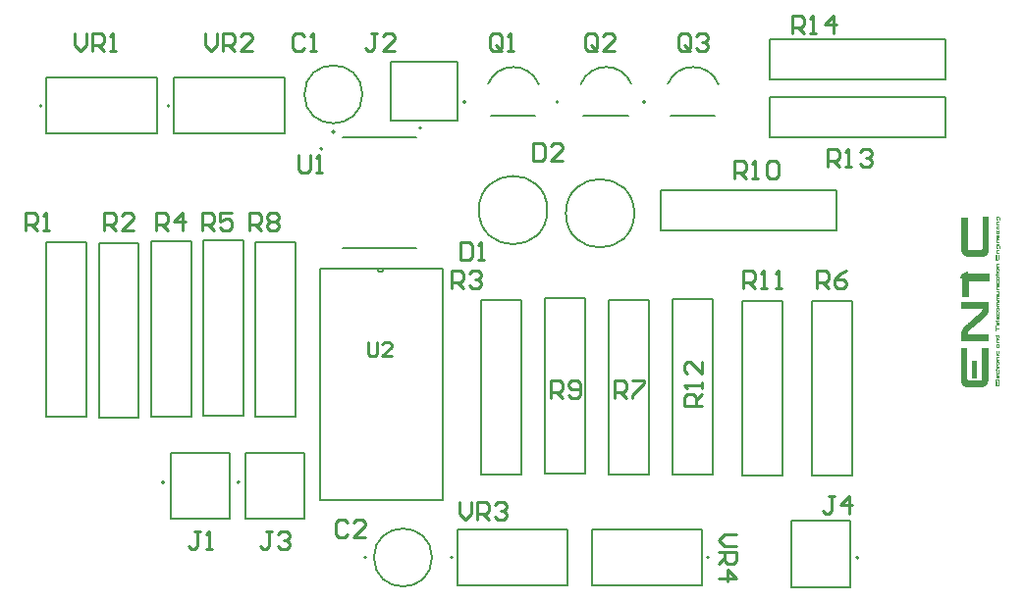
<source format=gto>
G04*
G04 #@! TF.GenerationSoftware,Altium Limited,Altium Designer,23.7.1 (13)*
G04*
G04 Layer_Color=65535*
%FSLAX44Y44*%
%MOMM*%
G71*
G04*
G04 #@! TF.SameCoordinates,153F72C1-2EA9-491F-B8CB-9A114FCA6393*
G04*
G04*
G04 #@! TF.FilePolarity,Positive*
G04*
G01*
G75*
%ADD10C,0.1524*%
%ADD11C,0.1270*%
%ADD12C,0.2000*%
%ADD13C,0.2540*%
G36*
X1403615Y949156D02*
X1404668D01*
Y948980D01*
X1404844D01*
Y948804D01*
X1405019D01*
Y945819D01*
X1404493D01*
Y948278D01*
X1404317D01*
Y948453D01*
X1403966D01*
Y946346D01*
X1403790D01*
Y945995D01*
X1403615D01*
Y945819D01*
X1402561D01*
Y945643D01*
X1402210D01*
Y945819D01*
X1401859D01*
Y946346D01*
X1401683D01*
Y948629D01*
X1401859D01*
Y949156D01*
X1403263D01*
Y949331D01*
X1403615D01*
Y949156D01*
D02*
G37*
G36*
X1404141Y945117D02*
X1404317D01*
Y944590D01*
X1404141D01*
Y944414D01*
X1402385D01*
Y942483D01*
X1404141D01*
Y941780D01*
X1401683D01*
Y944590D01*
X1401859D01*
Y944941D01*
X1402034D01*
Y945117D01*
X1402385D01*
Y945292D01*
X1404141D01*
Y945117D01*
D02*
G37*
G36*
Y941078D02*
X1404317D01*
Y940551D01*
X1404141D01*
Y940375D01*
X1401859D01*
Y940551D01*
X1401683D01*
Y940726D01*
Y940902D01*
X1401859D01*
Y941253D01*
X1404141D01*
Y941078D01*
D02*
G37*
G36*
X1401332Y940375D02*
X1400805D01*
Y940726D01*
Y940902D01*
Y941253D01*
X1401332D01*
Y940375D01*
D02*
G37*
G36*
X1402385Y938795D02*
X1404141D01*
Y938444D01*
X1404317D01*
Y938268D01*
X1404141D01*
Y937917D01*
X1402034D01*
Y938092D01*
X1401859D01*
Y938444D01*
X1401683D01*
Y940024D01*
X1402385D01*
Y938795D01*
D02*
G37*
G36*
X1404141Y934229D02*
X1403790D01*
Y934053D01*
X1402034D01*
Y934229D01*
X1401859D01*
Y934580D01*
X1401683D01*
Y937039D01*
X1401859D01*
Y937214D01*
X1402034D01*
Y937390D01*
X1402912D01*
Y937214D01*
X1403088D01*
Y936863D01*
X1403263D01*
Y935458D01*
X1403088D01*
Y934931D01*
X1403615D01*
Y937390D01*
X1404141D01*
Y934229D01*
D02*
G37*
G36*
Y930541D02*
X1403966D01*
Y930365D01*
X1403615D01*
Y930190D01*
X1402034D01*
Y930365D01*
X1401859D01*
Y930717D01*
X1401683D01*
Y933175D01*
X1401859D01*
Y933526D01*
X1402912D01*
Y933351D01*
X1403088D01*
Y933000D01*
X1403263D01*
Y931595D01*
X1403088D01*
Y931244D01*
X1403263D01*
Y931068D01*
X1403615D01*
Y933526D01*
X1404141D01*
Y930541D01*
D02*
G37*
G36*
Y929663D02*
X1404317D01*
Y929136D01*
X1404141D01*
Y928961D01*
X1402385D01*
Y927205D01*
X1404141D01*
Y926853D01*
X1404317D01*
Y926678D01*
X1404141D01*
Y926326D01*
X1401683D01*
Y929136D01*
X1401859D01*
Y929663D01*
X1402210D01*
Y929839D01*
X1404141D01*
Y929663D01*
D02*
G37*
G36*
Y925624D02*
X1404317D01*
Y925273D01*
X1404141D01*
Y924922D01*
X1401859D01*
Y925800D01*
X1404141D01*
Y925624D01*
D02*
G37*
G36*
X1401332Y925273D02*
Y925097D01*
Y924922D01*
X1400805D01*
Y925800D01*
X1401332D01*
Y925273D01*
D02*
G37*
G36*
X1404493Y924395D02*
X1404668D01*
Y924219D01*
X1404844D01*
Y924044D01*
X1405019D01*
Y921234D01*
X1404844D01*
Y921058D01*
X1404493D01*
Y923517D01*
X1404317D01*
Y923692D01*
X1403966D01*
Y921585D01*
X1403790D01*
Y921234D01*
X1403615D01*
Y921058D01*
X1401859D01*
Y921585D01*
X1401683D01*
Y923868D01*
X1401859D01*
Y924395D01*
X1402210D01*
Y924570D01*
X1404493D01*
Y924395D01*
D02*
G37*
G36*
X1395185Y948804D02*
X1395361D01*
Y921058D01*
X1395185D01*
Y919653D01*
X1395010D01*
Y918775D01*
X1394834D01*
Y918248D01*
X1394659D01*
Y917897D01*
X1394483D01*
Y917546D01*
X1394307D01*
Y917195D01*
X1394132D01*
Y916844D01*
X1393956D01*
Y916668D01*
X1393780D01*
Y916492D01*
X1393605D01*
Y916141D01*
X1393429D01*
Y915965D01*
X1393078D01*
Y915790D01*
X1392902D01*
Y915614D01*
X1392551D01*
Y915439D01*
X1392200D01*
Y915263D01*
X1391849D01*
Y915088D01*
X1391322D01*
Y914912D01*
X1389917D01*
Y914736D01*
X1376922D01*
Y914912D01*
X1375693D01*
Y915088D01*
X1374990D01*
Y915263D01*
X1374639D01*
Y915439D01*
X1374288D01*
Y915614D01*
X1373937D01*
Y915790D01*
X1373761D01*
Y915965D01*
X1373585D01*
Y916141D01*
X1373410D01*
Y916317D01*
X1373234D01*
Y916492D01*
X1373059D01*
Y916668D01*
X1372883D01*
Y917019D01*
X1372707D01*
Y917195D01*
X1372532D01*
Y917546D01*
X1372356D01*
Y918073D01*
X1372180D01*
Y918424D01*
X1372005D01*
Y919127D01*
X1371829D01*
Y920180D01*
X1371654D01*
Y948804D01*
X1377098D01*
Y921409D01*
X1377273D01*
Y921058D01*
X1377449D01*
Y920707D01*
X1377976D01*
Y920531D01*
X1388863D01*
Y920707D01*
X1389390D01*
Y920883D01*
X1389566D01*
Y921234D01*
X1389741D01*
Y948804D01*
X1389917D01*
Y948980D01*
X1395185D01*
Y948804D01*
D02*
G37*
G36*
X1404141Y920356D02*
X1404317D01*
Y919829D01*
X1404141D01*
Y919653D01*
X1402385D01*
Y917897D01*
X1404141D01*
Y917722D01*
X1404317D01*
Y917370D01*
X1404141D01*
Y917019D01*
X1401683D01*
Y919653D01*
Y919829D01*
Y920005D01*
X1401859D01*
Y920356D01*
X1402034D01*
Y920531D01*
X1404141D01*
Y920356D01*
D02*
G37*
G36*
X1401507Y916492D02*
X1401683D01*
Y915965D01*
X1401507D01*
Y912629D01*
X1401683D01*
Y912453D01*
X1402210D01*
Y916492D01*
X1402912D01*
Y912629D01*
Y912453D01*
X1403439D01*
Y912629D01*
X1403615D01*
Y916492D01*
X1404141D01*
Y911926D01*
X1403966D01*
Y911575D01*
X1401156D01*
Y911926D01*
X1400980D01*
Y916492D01*
X1401332D01*
Y916668D01*
X1401507D01*
Y916492D01*
D02*
G37*
G36*
X1404141Y908590D02*
X1404317D01*
Y908239D01*
X1404141D01*
Y908063D01*
X1402385D01*
Y906131D01*
X1404141D01*
Y905429D01*
X1402034D01*
Y905253D01*
X1401859D01*
Y905429D01*
X1401683D01*
Y907009D01*
Y907185D01*
Y908239D01*
X1401859D01*
Y908590D01*
X1402034D01*
Y908765D01*
X1402385D01*
Y908941D01*
X1404141D01*
Y908590D01*
D02*
G37*
G36*
X1403790Y904726D02*
X1403966D01*
Y904551D01*
X1404141D01*
Y901741D01*
X1403966D01*
Y901566D01*
X1403790D01*
Y901390D01*
X1402034D01*
Y901566D01*
X1401859D01*
Y901917D01*
X1401683D01*
Y904375D01*
X1401859D01*
Y904726D01*
X1402034D01*
Y904902D01*
X1403790D01*
Y904726D01*
D02*
G37*
G36*
X1404141Y900512D02*
X1404317D01*
Y900336D01*
X1404141D01*
Y899985D01*
X1401859D01*
Y900863D01*
X1404141D01*
Y900512D01*
D02*
G37*
G36*
X1401332Y899985D02*
X1400805D01*
Y900336D01*
Y900512D01*
Y900863D01*
X1401332D01*
Y899985D01*
D02*
G37*
G36*
X1402385Y899283D02*
X1404141D01*
Y898405D01*
X1402385D01*
Y898053D01*
X1401683D01*
Y898405D01*
X1400980D01*
Y899283D01*
X1401683D01*
Y899634D01*
X1402034D01*
Y899809D01*
X1402385D01*
Y899283D01*
D02*
G37*
G36*
X1403966Y897527D02*
X1404141D01*
Y896824D01*
X1404317D01*
Y895946D01*
X1404141D01*
Y894541D01*
X1403790D01*
Y894366D01*
X1403088D01*
Y894541D01*
X1402912D01*
Y894892D01*
X1402737D01*
Y896473D01*
X1402912D01*
Y896648D01*
X1402737D01*
Y897000D01*
X1402561D01*
Y896824D01*
X1402385D01*
Y894541D01*
X1401683D01*
Y897175D01*
X1401859D01*
Y897527D01*
X1402034D01*
Y897702D01*
X1403966D01*
Y897527D01*
D02*
G37*
G36*
X1404141Y891205D02*
X1403966D01*
Y891029D01*
X1403790D01*
Y890853D01*
X1402210D01*
Y891029D01*
X1402034D01*
Y891205D01*
X1401859D01*
Y891556D01*
X1401683D01*
Y894014D01*
X1402385D01*
Y892434D01*
Y892258D01*
Y891731D01*
X1403615D01*
Y894014D01*
X1404141D01*
Y891205D01*
D02*
G37*
G36*
Y889975D02*
X1404317D01*
Y889800D01*
X1404141D01*
Y889624D01*
X1401859D01*
Y890502D01*
X1404141D01*
Y889975D01*
D02*
G37*
G36*
X1401332Y889624D02*
X1400805D01*
Y890327D01*
X1400980D01*
Y890502D01*
X1401332D01*
Y889624D01*
D02*
G37*
G36*
X1404141Y888922D02*
X1404317D01*
Y888395D01*
X1404141D01*
Y888219D01*
X1402385D01*
Y886463D01*
X1404141D01*
Y886112D01*
X1404317D01*
Y885936D01*
X1404141D01*
Y885585D01*
X1401683D01*
Y885761D01*
Y885936D01*
Y888570D01*
X1401859D01*
Y888922D01*
X1402210D01*
Y889097D01*
X1404141D01*
Y888922D01*
D02*
G37*
G36*
X1403790Y884883D02*
X1403966D01*
Y884707D01*
X1404141D01*
Y881897D01*
X1403966D01*
Y881722D01*
X1401859D01*
Y882424D01*
X1403439D01*
Y882600D01*
X1403615D01*
Y884180D01*
X1401859D01*
Y885058D01*
X1403790D01*
Y884883D01*
D02*
G37*
G36*
X1377098Y899809D02*
X1395888D01*
Y893839D01*
X1377800D01*
Y880141D01*
X1372356D01*
Y895946D01*
X1372005D01*
Y896122D01*
X1371478D01*
Y896297D01*
X1370951D01*
Y896473D01*
X1370600D01*
Y896824D01*
X1370776D01*
Y897351D01*
X1370951D01*
Y897878D01*
X1371127D01*
Y898053D01*
X1371302D01*
Y898405D01*
X1371478D01*
Y898580D01*
X1371654D01*
Y898931D01*
X1371829D01*
Y899107D01*
X1372005D01*
Y899283D01*
X1372180D01*
Y899458D01*
X1372356D01*
Y899634D01*
X1372532D01*
Y899809D01*
X1372707D01*
Y899985D01*
X1372883D01*
Y900161D01*
X1373059D01*
Y900336D01*
X1373234D01*
Y900512D01*
X1373585D01*
Y900687D01*
X1373761D01*
Y900863D01*
X1374112D01*
Y901039D01*
X1374463D01*
Y901214D01*
X1374815D01*
Y901390D01*
X1375341D01*
Y901566D01*
X1376395D01*
Y901741D01*
X1377098D01*
Y899809D01*
D02*
G37*
G36*
X1404141Y880317D02*
X1402385D01*
Y879263D01*
X1404141D01*
Y878385D01*
X1402385D01*
Y877331D01*
X1404141D01*
Y876629D01*
X1402210D01*
Y876453D01*
X1401859D01*
Y876629D01*
X1401683D01*
Y880492D01*
X1401859D01*
Y881019D01*
X1402034D01*
Y881195D01*
X1404141D01*
Y880317D01*
D02*
G37*
G36*
Y875751D02*
X1404317D01*
Y875400D01*
X1404141D01*
Y875224D01*
X1402385D01*
Y874346D01*
Y874171D01*
X1404141D01*
Y873292D01*
X1402385D01*
Y872239D01*
X1404141D01*
Y872063D01*
X1404317D01*
Y871536D01*
X1404141D01*
Y871361D01*
X1401683D01*
Y875400D01*
X1401859D01*
Y875751D01*
X1402034D01*
Y875927D01*
X1402385D01*
Y876102D01*
X1404141D01*
Y875751D01*
D02*
G37*
G36*
X1403615Y870834D02*
X1403966D01*
Y870658D01*
X1404141D01*
Y867673D01*
X1403966D01*
Y867497D01*
X1402034D01*
Y867673D01*
X1401859D01*
Y868024D01*
X1401683D01*
Y870307D01*
X1401859D01*
Y870658D01*
X1402034D01*
Y870834D01*
X1402385D01*
Y871010D01*
X1403615D01*
Y870834D01*
D02*
G37*
G36*
X1404141Y864161D02*
X1403966D01*
Y863985D01*
X1402034D01*
Y864161D01*
X1401859D01*
Y864512D01*
X1401683D01*
Y866971D01*
X1402385D01*
Y864688D01*
X1403439D01*
Y864863D01*
X1403615D01*
Y865039D01*
Y865214D01*
Y866971D01*
X1404141D01*
Y864161D01*
D02*
G37*
G36*
Y860473D02*
X1403966D01*
Y860297D01*
X1403790D01*
Y860122D01*
X1402034D01*
Y860297D01*
X1401859D01*
Y860649D01*
X1401683D01*
Y863107D01*
X1401859D01*
Y863458D01*
X1402912D01*
Y863283D01*
X1403088D01*
Y862932D01*
X1403263D01*
Y861351D01*
X1403088D01*
Y861176D01*
X1403263D01*
Y861000D01*
X1403615D01*
Y863458D01*
X1404141D01*
Y860473D01*
D02*
G37*
G36*
X1402034Y859595D02*
X1404141D01*
Y859419D01*
X1404317D01*
Y859068D01*
X1404141D01*
Y858893D01*
X1400805D01*
Y859244D01*
Y859419D01*
Y859595D01*
X1400980D01*
Y859771D01*
X1402034D01*
Y859595D01*
D02*
G37*
G36*
X1402737Y858190D02*
X1403088D01*
Y857839D01*
X1403263D01*
Y855907D01*
X1403615D01*
Y858190D01*
X1404141D01*
Y855205D01*
X1403966D01*
Y855029D01*
X1402034D01*
Y855205D01*
X1401859D01*
Y855556D01*
X1401683D01*
Y858015D01*
X1401859D01*
Y858190D01*
X1402034D01*
Y858366D01*
X1402737D01*
Y858190D01*
D02*
G37*
G36*
X1401507Y852922D02*
X1404141D01*
Y852571D01*
X1404317D01*
Y852219D01*
X1404141D01*
Y852044D01*
X1401683D01*
Y851868D01*
X1401507D01*
Y849937D01*
X1400980D01*
Y855029D01*
X1401507D01*
Y852922D01*
D02*
G37*
G36*
X1403790Y847127D02*
X1403966D01*
Y846951D01*
X1404141D01*
Y844141D01*
X1403966D01*
Y843966D01*
X1403790D01*
Y843790D01*
X1402210D01*
Y843966D01*
X1401859D01*
Y844317D01*
X1401683D01*
Y846424D01*
X1400805D01*
Y847302D01*
X1403790D01*
Y847127D01*
D02*
G37*
G36*
X1395185Y875575D02*
X1395361D01*
Y868902D01*
X1395185D01*
Y867673D01*
X1395010D01*
Y866795D01*
X1394834D01*
Y866268D01*
X1394659D01*
Y865917D01*
X1394483D01*
Y865390D01*
X1394307D01*
Y865039D01*
X1394132D01*
Y864688D01*
X1393956D01*
Y864512D01*
X1393780D01*
Y864336D01*
X1393605D01*
Y863985D01*
X1393429D01*
Y863810D01*
X1393254D01*
Y863634D01*
X1393078D01*
Y863458D01*
X1392902D01*
Y863283D01*
X1392727D01*
Y863107D01*
X1392551D01*
Y862932D01*
X1392376D01*
Y862756D01*
X1392200D01*
Y862580D01*
X1392024D01*
Y862405D01*
X1391849D01*
Y862229D01*
X1391497D01*
Y862054D01*
X1391322D01*
Y861878D01*
X1391146D01*
Y861702D01*
X1390971D01*
Y861527D01*
X1390795D01*
Y861351D01*
X1390620D01*
Y861176D01*
X1390444D01*
Y861000D01*
X1390093D01*
Y860824D01*
X1389917D01*
Y860649D01*
X1389741D01*
Y860473D01*
X1389566D01*
Y860297D01*
X1389390D01*
Y860122D01*
X1389215D01*
Y859946D01*
X1388863D01*
Y859771D01*
X1388688D01*
Y859595D01*
X1388512D01*
Y859419D01*
X1388337D01*
Y859244D01*
X1388161D01*
Y859068D01*
X1387810D01*
Y858893D01*
X1387634D01*
Y858717D01*
X1387458D01*
Y858541D01*
X1387283D01*
Y858366D01*
X1387107D01*
Y858190D01*
X1386932D01*
Y858015D01*
X1386581D01*
Y857663D01*
X1386229D01*
Y857488D01*
X1386054D01*
Y857312D01*
X1385878D01*
Y857137D01*
X1385702D01*
Y856961D01*
X1385527D01*
Y856785D01*
X1385351D01*
Y856610D01*
X1385000D01*
Y856434D01*
X1384824D01*
Y856258D01*
X1384649D01*
Y856083D01*
X1384473D01*
Y855907D01*
X1384298D01*
Y855732D01*
X1383946D01*
Y855556D01*
X1383771D01*
Y855380D01*
X1383595D01*
Y855205D01*
X1383419D01*
Y855029D01*
X1383244D01*
Y854854D01*
X1383068D01*
Y854678D01*
X1382893D01*
Y854502D01*
X1382542D01*
Y854327D01*
X1382366D01*
Y854151D01*
X1382190D01*
Y853976D01*
X1382015D01*
Y853800D01*
X1381839D01*
Y853624D01*
X1381488D01*
Y853449D01*
X1381312D01*
Y853273D01*
X1381137D01*
Y853098D01*
X1380961D01*
Y852922D01*
X1380785D01*
Y852746D01*
X1380610D01*
Y852571D01*
X1380434D01*
Y852395D01*
X1380083D01*
Y852219D01*
X1379907D01*
Y852044D01*
X1379732D01*
Y851868D01*
X1379556D01*
Y851693D01*
X1379380D01*
Y851517D01*
X1379029D01*
Y851341D01*
X1378854D01*
Y851166D01*
X1378678D01*
Y850990D01*
X1378503D01*
Y850815D01*
X1378327D01*
Y850639D01*
X1378151D01*
Y850463D01*
X1377976D01*
Y850112D01*
X1377800D01*
Y849937D01*
X1377624D01*
Y849585D01*
X1377449D01*
Y849058D01*
X1377273D01*
Y848532D01*
X1377098D01*
Y847654D01*
X1395185D01*
Y847478D01*
X1395361D01*
Y842034D01*
X1384649D01*
Y841859D01*
X1383595D01*
Y842034D01*
X1383419D01*
Y841859D01*
X1383068D01*
Y842034D01*
X1382717D01*
Y841859D01*
X1381312D01*
Y842034D01*
X1371654D01*
Y849410D01*
X1371829D01*
Y850463D01*
X1372005D01*
Y850990D01*
X1372180D01*
Y851517D01*
X1372356D01*
Y851868D01*
X1372532D01*
Y852219D01*
X1372707D01*
Y852571D01*
X1372883D01*
Y852746D01*
X1373059D01*
Y853098D01*
X1373234D01*
Y853273D01*
X1373410D01*
Y853449D01*
X1373585D01*
Y853800D01*
X1373761D01*
Y853976D01*
X1373937D01*
Y854151D01*
X1374112D01*
Y854327D01*
X1374288D01*
Y854502D01*
X1374463D01*
Y854678D01*
X1374639D01*
Y854854D01*
X1374815D01*
Y855029D01*
X1374990D01*
Y855205D01*
X1375341D01*
Y855556D01*
X1375693D01*
Y855732D01*
X1375868D01*
Y855907D01*
X1376044D01*
Y856083D01*
X1376219D01*
Y856258D01*
X1376395D01*
Y856434D01*
X1376746D01*
Y856610D01*
X1376922D01*
Y856785D01*
X1377098D01*
Y856961D01*
X1377273D01*
Y857137D01*
X1377449D01*
Y857312D01*
X1377624D01*
Y857488D01*
X1377800D01*
Y857663D01*
X1378151D01*
Y857839D01*
X1378327D01*
Y858015D01*
X1378503D01*
Y858190D01*
X1378678D01*
Y858366D01*
X1378854D01*
Y858541D01*
X1379029D01*
Y858717D01*
X1379380D01*
Y859068D01*
X1379732D01*
Y859244D01*
X1379907D01*
Y859419D01*
X1380083D01*
Y859595D01*
X1380259D01*
Y859771D01*
X1380434D01*
Y859946D01*
X1380785D01*
Y860122D01*
X1380961D01*
Y860297D01*
X1381137D01*
Y860473D01*
X1381312D01*
Y860649D01*
X1381488D01*
Y860824D01*
X1381663D01*
Y861000D01*
X1381839D01*
Y861176D01*
X1382190D01*
Y861351D01*
X1382366D01*
Y861527D01*
X1382542D01*
Y861702D01*
X1382717D01*
Y861878D01*
X1382893D01*
Y862054D01*
X1383068D01*
Y862229D01*
X1383419D01*
Y862405D01*
X1383595D01*
Y862580D01*
X1383771D01*
Y862756D01*
X1383946D01*
Y862932D01*
X1384122D01*
Y863107D01*
X1384298D01*
Y863283D01*
X1384473D01*
Y863458D01*
X1384824D01*
Y863634D01*
X1385000D01*
Y863810D01*
X1385176D01*
Y863985D01*
X1385351D01*
Y864161D01*
X1385527D01*
Y864336D01*
X1385702D01*
Y864512D01*
X1386054D01*
Y864688D01*
X1386229D01*
Y864863D01*
X1386405D01*
Y865039D01*
X1386581D01*
Y865214D01*
X1386756D01*
Y865390D01*
X1386932D01*
Y865566D01*
X1387107D01*
Y865741D01*
X1387458D01*
Y866093D01*
X1387810D01*
Y866268D01*
X1387985D01*
Y866444D01*
X1388161D01*
Y866619D01*
X1388337D01*
Y866795D01*
X1388512D01*
Y866971D01*
X1388688D01*
Y867146D01*
X1388863D01*
Y867322D01*
X1389039D01*
Y867673D01*
X1389215D01*
Y867849D01*
X1389390D01*
Y868200D01*
X1389566D01*
Y868727D01*
X1389741D01*
Y870132D01*
X1371654D01*
Y875751D01*
X1395185D01*
Y875575D01*
D02*
G37*
G36*
X1404141Y842912D02*
X1404317D01*
Y842561D01*
X1404141D01*
Y842385D01*
X1402385D01*
Y840629D01*
X1404141D01*
Y840454D01*
X1404317D01*
Y839927D01*
X1404141D01*
Y839751D01*
X1401683D01*
Y842737D01*
X1401859D01*
Y843088D01*
X1402210D01*
Y843263D01*
X1404141D01*
Y842912D01*
D02*
G37*
G36*
X1403615Y839224D02*
X1403966D01*
Y839049D01*
X1404141D01*
Y838522D01*
X1404317D01*
Y837644D01*
X1404141D01*
Y836239D01*
X1403966D01*
Y836063D01*
X1402912D01*
Y836415D01*
X1402737D01*
Y838522D01*
X1402385D01*
Y836063D01*
X1401683D01*
Y838873D01*
X1401859D01*
Y839049D01*
X1402034D01*
Y839224D01*
X1402385D01*
Y839400D01*
X1403615D01*
Y839224D01*
D02*
G37*
G36*
X1404141Y830620D02*
X1403966D01*
Y830444D01*
X1403615D01*
Y830268D01*
X1402210D01*
Y830444D01*
X1402034D01*
Y830620D01*
X1401859D01*
Y830971D01*
X1401683D01*
Y833429D01*
X1402385D01*
Y831146D01*
X1403439D01*
Y831322D01*
X1403615D01*
Y833429D01*
X1404141D01*
Y830620D01*
D02*
G37*
G36*
Y829390D02*
X1404317D01*
Y829215D01*
X1404141D01*
Y829039D01*
X1401859D01*
Y829741D01*
X1404141D01*
Y829390D01*
D02*
G37*
G36*
X1401156Y829741D02*
X1401332D01*
Y829390D01*
Y829215D01*
Y829039D01*
X1401156D01*
Y828863D01*
X1400980D01*
Y829039D01*
X1400805D01*
Y829741D01*
X1400980D01*
Y829917D01*
X1401156D01*
Y829741D01*
D02*
G37*
G36*
X1404141Y828161D02*
X1404317D01*
Y827810D01*
X1404141D01*
Y827634D01*
X1402385D01*
Y825702D01*
X1403263D01*
Y825878D01*
X1404141D01*
Y825527D01*
X1404317D01*
Y825000D01*
X1402210D01*
Y824824D01*
X1401683D01*
Y827810D01*
X1401859D01*
Y828161D01*
X1402034D01*
Y828337D01*
X1402385D01*
Y828512D01*
X1404141D01*
Y828161D01*
D02*
G37*
G36*
X1403966Y824298D02*
X1404141D01*
Y821312D01*
X1403966D01*
Y821137D01*
X1403790D01*
Y820961D01*
X1402210D01*
Y821137D01*
X1401859D01*
Y821663D01*
X1401683D01*
Y823946D01*
X1401859D01*
Y824298D01*
X1402034D01*
Y824473D01*
X1403966D01*
Y824298D01*
D02*
G37*
G36*
X1402385Y819380D02*
X1402561D01*
Y819205D01*
X1403088D01*
Y819380D01*
X1404141D01*
Y819029D01*
X1404317D01*
Y818678D01*
X1404141D01*
Y818503D01*
X1402034D01*
Y818678D01*
X1401859D01*
Y819029D01*
X1401683D01*
Y820610D01*
X1402385D01*
Y819380D01*
D02*
G37*
G36*
Y817624D02*
X1404141D01*
Y817098D01*
X1404317D01*
Y816922D01*
X1404141D01*
Y816746D01*
X1403263D01*
Y816922D01*
X1402561D01*
Y816746D01*
X1402385D01*
Y816395D01*
X1401683D01*
Y816922D01*
X1401507D01*
Y816746D01*
X1401332D01*
Y816922D01*
X1400980D01*
Y817624D01*
X1401683D01*
Y818151D01*
X1402385D01*
Y817624D01*
D02*
G37*
G36*
X1404141Y814639D02*
Y814463D01*
Y813234D01*
X1403790D01*
Y813059D01*
X1402034D01*
Y813234D01*
X1401859D01*
Y813585D01*
X1401683D01*
Y816044D01*
X1401859D01*
Y816220D01*
X1402210D01*
Y816044D01*
X1402385D01*
Y813937D01*
X1403615D01*
Y816220D01*
X1404141D01*
Y814639D01*
D02*
G37*
G36*
X1385000Y809898D02*
X1381137D01*
Y812356D01*
Y812532D01*
Y825000D01*
X1385000D01*
Y809898D01*
D02*
G37*
G36*
X1402561Y812532D02*
X1403088D01*
Y812005D01*
X1403263D01*
Y810424D01*
X1403088D01*
Y810249D01*
X1403615D01*
Y812532D01*
X1404141D01*
Y812180D01*
X1404317D01*
Y811829D01*
X1404141D01*
Y809546D01*
X1403966D01*
Y809371D01*
X1402034D01*
Y809546D01*
X1401859D01*
Y809898D01*
X1401683D01*
Y812356D01*
X1401859D01*
Y812532D01*
X1402210D01*
Y812707D01*
X1402561D01*
Y812532D01*
D02*
G37*
G36*
X1404141Y808493D02*
X1404317D01*
Y808141D01*
X1404141D01*
Y807966D01*
X1400805D01*
Y808844D01*
X1404141D01*
Y808493D01*
D02*
G37*
G36*
X1394834Y807439D02*
X1394659D01*
Y806561D01*
X1394483D01*
Y805859D01*
X1394307D01*
Y805332D01*
X1394132D01*
Y804981D01*
X1393956D01*
Y804629D01*
X1393780D01*
Y804278D01*
X1393605D01*
Y804102D01*
X1393429D01*
Y803927D01*
X1393254D01*
Y803751D01*
X1393078D01*
Y803576D01*
X1392902D01*
Y803400D01*
X1392727D01*
Y803224D01*
X1392551D01*
Y803049D01*
X1392200D01*
Y802873D01*
X1392024D01*
Y802698D01*
X1391497D01*
Y802522D01*
X1390971D01*
Y802346D01*
X1390444D01*
Y802171D01*
X1375693D01*
Y802346D01*
X1374990D01*
Y802522D01*
X1374463D01*
Y802698D01*
X1374112D01*
Y802873D01*
X1373761D01*
Y803049D01*
X1373585D01*
Y803224D01*
X1373234D01*
Y803400D01*
X1373059D01*
Y803576D01*
X1372883D01*
Y803751D01*
X1372707D01*
Y803927D01*
X1372532D01*
Y804278D01*
X1372356D01*
Y804629D01*
X1372180D01*
Y804805D01*
X1372005D01*
Y805156D01*
X1371829D01*
Y805683D01*
X1371654D01*
Y806210D01*
X1371478D01*
Y806912D01*
X1371302D01*
Y808844D01*
X1371127D01*
Y836063D01*
X1371302D01*
Y836239D01*
X1376746D01*
Y808668D01*
X1376922D01*
Y808317D01*
X1377098D01*
Y808141D01*
X1377449D01*
Y807966D01*
X1388688D01*
Y808141D01*
X1389039D01*
Y808317D01*
X1389215D01*
Y808668D01*
X1389390D01*
Y836239D01*
X1394834D01*
Y807439D01*
D02*
G37*
G36*
X1404141Y802873D02*
X1403966D01*
Y802698D01*
X1403790D01*
Y802522D01*
X1401332D01*
Y802698D01*
X1401156D01*
Y802873D01*
X1400980D01*
Y807615D01*
X1401507D01*
Y803576D01*
X1401683D01*
Y803400D01*
X1402210D01*
Y807439D01*
X1402912D01*
Y803400D01*
X1403439D01*
Y803576D01*
X1403615D01*
Y806737D01*
Y806912D01*
Y807615D01*
X1404141D01*
Y802873D01*
D02*
G37*
%LPC*%
G36*
X1403088Y948453D02*
X1402385D01*
Y946522D01*
X1403088D01*
Y946697D01*
X1403263D01*
Y948278D01*
X1403088D01*
Y948453D01*
D02*
G37*
G36*
X1402737Y936512D02*
X1402385D01*
Y934931D01*
X1402737D01*
Y936512D01*
D02*
G37*
G36*
Y932648D02*
X1402385D01*
Y931068D01*
X1402737D01*
Y932648D01*
D02*
G37*
G36*
X1403088Y923692D02*
X1402385D01*
Y921761D01*
X1403088D01*
Y921936D01*
X1403263D01*
Y923517D01*
X1403088D01*
Y923692D01*
D02*
G37*
G36*
X1403615Y904024D02*
X1402385D01*
Y902268D01*
X1403615D01*
Y904024D01*
D02*
G37*
G36*
Y896824D02*
X1403088D01*
Y895419D01*
X1403263D01*
Y895244D01*
X1403615D01*
Y896824D01*
D02*
G37*
G36*
Y870132D02*
X1402385D01*
Y868200D01*
X1403439D01*
Y868375D01*
X1403615D01*
Y870132D01*
D02*
G37*
G36*
X1402737Y862580D02*
X1402385D01*
Y861000D01*
X1402737D01*
Y861176D01*
X1402912D01*
Y862405D01*
X1402737D01*
Y862580D01*
D02*
G37*
G36*
Y857488D02*
X1402385D01*
Y855907D01*
X1402737D01*
Y856785D01*
X1402912D01*
Y857312D01*
X1402737D01*
Y857488D01*
D02*
G37*
G36*
X1403615Y846424D02*
X1402385D01*
Y844668D01*
X1403615D01*
Y846424D01*
D02*
G37*
G36*
X1403439Y838522D02*
X1403263D01*
Y838346D01*
X1403088D01*
Y836941D01*
X1403615D01*
Y838346D01*
X1403439D01*
Y838522D01*
D02*
G37*
G36*
X1403615Y823595D02*
X1402385D01*
Y821839D01*
X1403615D01*
Y823595D01*
D02*
G37*
G36*
X1402737Y811829D02*
X1402385D01*
Y810073D01*
X1402737D01*
Y810424D01*
X1402912D01*
Y810600D01*
X1402737D01*
Y810776D01*
X1402912D01*
Y811478D01*
X1402737D01*
Y811829D01*
D02*
G37*
%LPD*%
D10*
X867582Y904676D02*
G03*
X873678Y904676I3048J0D01*
G01*
X1206340Y1017728D02*
Y1026364D01*
Y1043636D01*
X1357470Y1017728D02*
Y1052272D01*
X1206340Y1017728D02*
X1357470Y1017728D01*
X1206340Y1043636D02*
Y1052272D01*
Y1052272D02*
X1357470Y1052272D01*
X1206340Y1067728D02*
Y1076364D01*
Y1093636D01*
X1357470Y1067728D02*
Y1102272D01*
X1206340Y1067728D02*
X1357470Y1067728D01*
X1206340Y1093636D02*
Y1102272D01*
Y1102272D02*
X1357470Y1102272D01*
X818560Y704524D02*
X923970D01*
X818560D02*
Y731956D01*
Y904676D02*
X867582D01*
X818560Y731956D02*
Y904676D01*
X923970Y704524D02*
Y733226D01*
X873678Y904676D02*
X923970D01*
Y733226D02*
Y904676D01*
X867582D02*
X873678D01*
X1112530Y937728D02*
X1263660Y937728D01*
Y937728D02*
Y946364D01*
X1112530Y972272D02*
X1263660Y972272D01*
X1112530Y937728D02*
Y972272D01*
X1263660Y946364D02*
Y963636D01*
Y972272D01*
X1182728Y876590D02*
X1182728Y725460D01*
X1182728D02*
X1191364D01*
X1217272Y876590D02*
X1217272Y725460D01*
X1182728Y876590D02*
X1217272D01*
X1191364Y725460D02*
X1208636D01*
X1217272D01*
X1242728Y876590D02*
X1242728Y725460D01*
X1242728D02*
X1251364D01*
X1277272Y876590D02*
X1277272Y725460D01*
X1242728Y876590D02*
X1277272D01*
X1251364Y725460D02*
X1268636D01*
X1277272D01*
X582728Y927470D02*
X582728Y776340D01*
X582728D02*
X591364D01*
X617272Y927470D02*
X617272Y776340D01*
X582728Y927470D02*
X617272D01*
X591364Y776340D02*
X608636D01*
X617272D01*
X762728Y927470D02*
X762728Y776340D01*
X762728D02*
X771364D01*
X797272Y927470D02*
X797272Y776340D01*
X762728Y927470D02*
X797272D01*
X771364Y776340D02*
X788636D01*
X797272D01*
X752272Y928660D02*
X752272Y777530D01*
X743636Y928660D02*
X752272D01*
X717728D02*
X717728Y777530D01*
X752272D01*
X726364Y928660D02*
X743636D01*
X717728D02*
X726364D01*
X957728Y877470D02*
X957728Y726340D01*
X957728D02*
X966364D01*
X992272Y877470D02*
X992272Y726340D01*
X957728Y877470D02*
X992272D01*
X966364Y726340D02*
X983636D01*
X992272D01*
X1047272Y878660D02*
X1047272Y727530D01*
X1038636Y878660D02*
X1047272D01*
X1012728D02*
X1012728Y727530D01*
X1047272D01*
X1021364Y878660D02*
X1038636D01*
X1012728D02*
X1021364D01*
X1157272Y877860D02*
X1157272Y726730D01*
X1148636Y877860D02*
X1157272D01*
X1122728D02*
X1122728Y726730D01*
X1157272D01*
X1131364Y877860D02*
X1148636D01*
X1122728D02*
X1131364D01*
X1067728Y877470D02*
X1067728Y726340D01*
X1067728D02*
X1076364D01*
X1102272Y877470D02*
X1102272Y726340D01*
X1067728Y877470D02*
X1102272D01*
X1076364Y726340D02*
X1093636D01*
X1102272D01*
X707272Y927860D02*
X707272Y776730D01*
X698636Y927860D02*
X707272D01*
X672728D02*
X672728Y776730D01*
X707272D01*
X681364Y927860D02*
X698636D01*
X672728D02*
X681364D01*
X627728Y926590D02*
X627728Y775460D01*
X627728D02*
X636364D01*
X662272Y926590D02*
X662272Y775460D01*
X627728Y926590D02*
X662272D01*
X636364Y775460D02*
X653636D01*
X662272D01*
D11*
X1089500Y952300D02*
G03*
X1089500Y952300I-29500J0D01*
G01*
X1161988Y1063890D02*
G03*
X1118410Y1063890I-21789J-8803D01*
G01*
X1086988D02*
G03*
X1043410Y1063890I-21789J-8803D01*
G01*
X1006988D02*
G03*
X963410Y1063890I-21789J-8803D01*
G01*
X855000Y1055000D02*
G03*
X855000Y1055000I-25000J0D01*
G01*
X915000Y655000D02*
G03*
X915000Y655000I-25000J0D01*
G01*
X1014500Y955000D02*
G03*
X1014500Y955000I-29500J0D01*
G01*
X1120765Y1036500D02*
X1159235D01*
X1120765D02*
X1159235D01*
X1045765D02*
X1084235D01*
X1045765D02*
X1084235D01*
X965765D02*
X1004235D01*
X965765D02*
X1004235D01*
X879600Y1032300D02*
Y1083100D01*
X936800Y1032300D02*
Y1083100D01*
X879600Y1032300D02*
X936800D01*
X879600Y1083100D02*
X936800D01*
X692350Y1069200D02*
X787650D01*
Y1020900D02*
Y1069200D01*
X692350Y1020900D02*
Y1069200D01*
Y1020900D02*
X787650D01*
X582350Y1069200D02*
X677650D01*
Y1020900D02*
Y1069200D01*
X582350Y1020900D02*
Y1069200D01*
Y1020900D02*
X677650D01*
X1224600Y629600D02*
X1275400D01*
X1224600Y686800D02*
X1275400D01*
Y629600D02*
Y686800D01*
X1224600Y629600D02*
Y686800D01*
X1052750Y630800D02*
X1148050D01*
X1052750D02*
Y679100D01*
X1148050Y630800D02*
Y679100D01*
X1052750D02*
X1148050D01*
X754600Y745400D02*
X805400D01*
X754600Y688200D02*
X805400D01*
X754600D02*
Y745400D01*
X805400Y688200D02*
Y745400D01*
X689600D02*
X740400D01*
X689600Y688200D02*
X740400D01*
X689600D02*
Y745400D01*
X740400Y688200D02*
Y745400D01*
X838250Y1017950D02*
X901750D01*
X838250Y922050D02*
X901750D01*
X936950Y679200D02*
X1032250D01*
Y630900D02*
Y679200D01*
X936950Y630900D02*
Y679200D01*
Y630900D02*
X1032250D01*
D12*
X1099000Y1048450D02*
G03*
X1099000Y1048450I-1000J0D01*
G01*
X1024000D02*
G03*
X1024000Y1048450I-1000J0D01*
G01*
X944000D02*
G03*
X944000Y1048450I-1000J0D01*
G01*
X906000Y1025800D02*
G03*
X906000Y1025800I-1000J0D01*
G01*
X831000Y1022500D02*
G03*
X831000Y1022500I-1000J0D01*
G01*
X688500Y1045000D02*
G03*
X688500Y1045000I-1000J0D01*
G01*
X578500D02*
G03*
X578500Y1045000I-1000J0D01*
G01*
X1282900Y655000D02*
G03*
X1282900Y655000I-1000J0D01*
G01*
X1153900D02*
G03*
X1153900Y655000I-1000J0D01*
G01*
X749100Y720000D02*
G03*
X749100Y720000I-1000J0D01*
G01*
X684100D02*
G03*
X684100Y720000I-1000J0D01*
G01*
X820650Y1008100D02*
G03*
X820650Y1008100I-1000J0D01*
G01*
X933100Y655000D02*
G03*
X933100Y655000I-1000J0D01*
G01*
X858500D02*
G03*
X858500Y655000I-1000J0D01*
G01*
D13*
X1225956Y1107383D02*
Y1122617D01*
X1233574D01*
X1236113Y1120078D01*
Y1115000D01*
X1233574Y1112461D01*
X1225956D01*
X1231034D02*
X1236113Y1107383D01*
X1241191D02*
X1246270D01*
X1243730D01*
Y1122617D01*
X1241191Y1120078D01*
X1261505Y1107383D02*
Y1122617D01*
X1253887Y1115000D01*
X1264044D01*
X1255956Y992383D02*
Y1007617D01*
X1263574D01*
X1266113Y1005078D01*
Y1000000D01*
X1263574Y997461D01*
X1255956D01*
X1261034D02*
X1266113Y992383D01*
X1271191D02*
X1276270D01*
X1273730D01*
Y1007617D01*
X1271191Y1005078D01*
X1283887D02*
X1286426Y1007617D01*
X1291505D01*
X1294044Y1005078D01*
Y1002539D01*
X1291505Y1000000D01*
X1288965D01*
X1291505D01*
X1294044Y997461D01*
Y994922D01*
X1291505Y992383D01*
X1286426D01*
X1283887Y994922D01*
X1177618Y675313D02*
X1167461D01*
X1162383Y670235D01*
X1167461Y665157D01*
X1177618D01*
X1162383Y660078D02*
X1177618D01*
Y652461D01*
X1175078Y649922D01*
X1170000D01*
X1167461Y652461D01*
Y660078D01*
Y655000D02*
X1162383Y649922D01*
Y637226D02*
X1177618D01*
X1170000Y644843D01*
Y634687D01*
X938887Y702617D02*
Y692461D01*
X943965Y687383D01*
X949043Y692461D01*
Y702617D01*
X954122Y687383D02*
Y702617D01*
X961739D01*
X964278Y700078D01*
Y695000D01*
X961739Y692461D01*
X954122D01*
X959200D02*
X964278Y687383D01*
X969357Y700078D02*
X971896Y702617D01*
X976974D01*
X979513Y700078D01*
Y697539D01*
X976974Y695000D01*
X974435D01*
X976974D01*
X979513Y692461D01*
Y689922D01*
X976974Y687383D01*
X971896D01*
X969357Y689922D01*
X719687Y1107617D02*
Y1097461D01*
X724765Y1092383D01*
X729843Y1097461D01*
Y1107617D01*
X734922Y1092383D02*
Y1107617D01*
X742539D01*
X745078Y1105078D01*
Y1100000D01*
X742539Y1097461D01*
X734922D01*
X740000D02*
X745078Y1092383D01*
X760313D02*
X750157D01*
X760313Y1102539D01*
Y1105078D01*
X757774Y1107617D01*
X752696D01*
X750157Y1105078D01*
X607226Y1107617D02*
Y1097461D01*
X612304Y1092383D01*
X617383Y1097461D01*
Y1107617D01*
X622461Y1092383D02*
Y1107617D01*
X630078D01*
X632618Y1105078D01*
Y1100000D01*
X630078Y1097461D01*
X622461D01*
X627539D02*
X632618Y1092383D01*
X637696D02*
X642774D01*
X640235D01*
Y1107617D01*
X637696Y1105078D01*
X859803Y841118D02*
Y830921D01*
X861843Y828882D01*
X865921D01*
X867961Y830921D01*
Y841118D01*
X880197Y828882D02*
X872039D01*
X880197Y837039D01*
Y839079D01*
X878157Y841118D01*
X874079D01*
X872039Y839079D01*
X799843Y1002617D02*
Y989922D01*
X802383Y987383D01*
X807461D01*
X810000Y989922D01*
Y1002617D01*
X815078Y987383D02*
X820157D01*
X817618D01*
Y1002617D01*
X815078Y1000078D01*
X1147617Y785956D02*
X1132383D01*
Y793574D01*
X1134922Y796113D01*
X1140000D01*
X1142539Y793574D01*
Y785956D01*
Y791034D02*
X1147617Y796113D01*
Y801191D02*
Y806270D01*
Y803730D01*
X1132383D01*
X1134922Y801191D01*
X1147617Y824044D02*
Y813887D01*
X1137461Y824044D01*
X1134922D01*
X1132383Y821505D01*
Y816426D01*
X1134922Y813887D01*
X1183495Y887383D02*
Y902617D01*
X1191113D01*
X1193652Y900078D01*
Y895000D01*
X1191113Y892461D01*
X1183495D01*
X1188574D02*
X1193652Y887383D01*
X1198730D02*
X1203809D01*
X1201270D01*
Y902617D01*
X1198730Y900078D01*
X1211426Y887383D02*
X1216505D01*
X1213966D01*
Y902617D01*
X1211426Y900078D01*
X1175956Y982383D02*
Y997617D01*
X1183574D01*
X1186113Y995078D01*
Y990000D01*
X1183574Y987461D01*
X1175956D01*
X1181034D02*
X1186113Y982383D01*
X1191191D02*
X1196270D01*
X1193730D01*
Y997617D01*
X1191191Y995078D01*
X1203887D02*
X1206426Y997617D01*
X1211505D01*
X1214044Y995078D01*
Y984922D01*
X1211505Y982383D01*
X1206426D01*
X1203887Y984922D01*
Y995078D01*
X1017304Y792383D02*
Y807617D01*
X1024922D01*
X1027461Y805078D01*
Y800000D01*
X1024922Y797461D01*
X1017304D01*
X1022383D02*
X1027461Y792383D01*
X1032539Y794922D02*
X1035078Y792383D01*
X1040157D01*
X1042696Y794922D01*
Y805078D01*
X1040157Y807617D01*
X1035078D01*
X1032539Y805078D01*
Y802539D01*
X1035078Y800000D01*
X1042696D01*
X757304Y937383D02*
Y952617D01*
X764922D01*
X767461Y950078D01*
Y945000D01*
X764922Y942461D01*
X757304D01*
X762383D02*
X767461Y937383D01*
X772539Y950078D02*
X775078Y952617D01*
X780157D01*
X782696Y950078D01*
Y947539D01*
X780157Y945000D01*
X782696Y942461D01*
Y939922D01*
X780157Y937383D01*
X775078D01*
X772539Y939922D01*
Y942461D01*
X775078Y945000D01*
X772539Y947539D01*
Y950078D01*
X775078Y945000D02*
X780157D01*
X1072304Y792383D02*
Y807617D01*
X1079922D01*
X1082461Y805078D01*
Y800000D01*
X1079922Y797461D01*
X1072304D01*
X1077383D02*
X1082461Y792383D01*
X1087539Y807617D02*
X1097696D01*
Y805078D01*
X1087539Y794922D01*
Y792383D01*
X1247304Y887383D02*
Y902617D01*
X1254922D01*
X1257461Y900078D01*
Y895000D01*
X1254922Y892461D01*
X1247304D01*
X1252383D02*
X1257461Y887383D01*
X1272696Y902617D02*
X1267617Y900078D01*
X1262539Y895000D01*
Y889922D01*
X1265078Y887383D01*
X1270157D01*
X1272696Y889922D01*
Y892461D01*
X1270157Y895000D01*
X1262539D01*
X717304Y937383D02*
Y952617D01*
X724922D01*
X727461Y950078D01*
Y945000D01*
X724922Y942461D01*
X717304D01*
X722383D02*
X727461Y937383D01*
X742696Y952617D02*
X732539D01*
Y945000D01*
X737617Y947539D01*
X740157D01*
X742696Y945000D01*
Y939922D01*
X740157Y937383D01*
X735078D01*
X732539Y939922D01*
X677304Y937383D02*
Y952617D01*
X684922D01*
X687461Y950078D01*
Y945000D01*
X684922Y942461D01*
X677304D01*
X682383D02*
X687461Y937383D01*
X700157D02*
Y952617D01*
X692539Y945000D01*
X702696D01*
X932304Y887383D02*
Y902617D01*
X939922D01*
X942461Y900078D01*
Y895000D01*
X939922Y892461D01*
X932304D01*
X937383D02*
X942461Y887383D01*
X947539Y900078D02*
X950078Y902617D01*
X955157D01*
X957696Y900078D01*
Y897539D01*
X955157Y895000D01*
X952617D01*
X955157D01*
X957696Y892461D01*
Y889922D01*
X955157Y887383D01*
X950078D01*
X947539Y889922D01*
X632304Y937383D02*
Y952617D01*
X639922D01*
X642461Y950078D01*
Y945000D01*
X639922Y942461D01*
X632304D01*
X637383D02*
X642461Y937383D01*
X657696D02*
X647539D01*
X657696Y947539D01*
Y950078D01*
X655157Y952617D01*
X650078D01*
X647539Y950078D01*
X564843Y937383D02*
Y952617D01*
X572461D01*
X575000Y950078D01*
Y945000D01*
X572461Y942461D01*
X564843D01*
X569922D02*
X575000Y937383D01*
X580078D02*
X585157D01*
X582618D01*
Y952617D01*
X580078Y950078D01*
X1137461Y1094922D02*
Y1105078D01*
X1134922Y1107617D01*
X1129843D01*
X1127304Y1105078D01*
Y1094922D01*
X1129843Y1092383D01*
X1134922D01*
X1132383Y1097461D02*
X1137461Y1092383D01*
X1134922D02*
X1137461Y1094922D01*
X1142539Y1105078D02*
X1145078Y1107617D01*
X1150157D01*
X1152696Y1105078D01*
Y1102539D01*
X1150157Y1100000D01*
X1147617D01*
X1150157D01*
X1152696Y1097461D01*
Y1094922D01*
X1150157Y1092383D01*
X1145078D01*
X1142539Y1094922D01*
X1057461D02*
Y1105078D01*
X1054922Y1107617D01*
X1049843D01*
X1047304Y1105078D01*
Y1094922D01*
X1049843Y1092383D01*
X1054922D01*
X1052383Y1097461D02*
X1057461Y1092383D01*
X1054922D02*
X1057461Y1094922D01*
X1072696Y1092383D02*
X1062539D01*
X1072696Y1102539D01*
Y1105078D01*
X1070157Y1107617D01*
X1065078D01*
X1062539Y1105078D01*
X975000Y1094922D02*
Y1105078D01*
X972461Y1107617D01*
X967383D01*
X964843Y1105078D01*
Y1094922D01*
X967383Y1092383D01*
X972461D01*
X969922Y1097461D02*
X975000Y1092383D01*
X972461D02*
X975000Y1094922D01*
X980078Y1092383D02*
X985157D01*
X982618D01*
Y1107617D01*
X980078Y1105078D01*
X1262461Y707617D02*
X1257383D01*
X1259922D01*
Y694922D01*
X1257383Y692383D01*
X1254843D01*
X1252304Y694922D01*
X1275157Y692383D02*
Y707617D01*
X1267539Y700000D01*
X1277696D01*
X777461Y677617D02*
X772383D01*
X774922D01*
Y664922D01*
X772383Y662383D01*
X769843D01*
X767304Y664922D01*
X782539Y675078D02*
X785078Y677617D01*
X790157D01*
X792696Y675078D01*
Y672539D01*
X790157Y670000D01*
X787617D01*
X790157D01*
X792696Y667461D01*
Y664922D01*
X790157Y662383D01*
X785078D01*
X782539Y664922D01*
X867461Y1107617D02*
X862383D01*
X864922D01*
Y1094922D01*
X862383Y1092383D01*
X859843D01*
X857304Y1094922D01*
X882696Y1092383D02*
X872539D01*
X882696Y1102539D01*
Y1105078D01*
X880157Y1107617D01*
X875078D01*
X872539Y1105078D01*
X715000Y677617D02*
X709922D01*
X712461D01*
Y664922D01*
X709922Y662383D01*
X707383D01*
X704843Y664922D01*
X720078Y662383D02*
X725157D01*
X722618D01*
Y677617D01*
X720078Y675078D01*
X1002304Y1012617D02*
Y997383D01*
X1009922D01*
X1012461Y999922D01*
Y1010078D01*
X1009922Y1012617D01*
X1002304D01*
X1027696Y997383D02*
X1017539D01*
X1027696Y1007539D01*
Y1010078D01*
X1025157Y1012617D01*
X1020078D01*
X1017539Y1010078D01*
X939843Y927617D02*
Y912383D01*
X947461D01*
X950000Y914922D01*
Y925078D01*
X947461Y927617D01*
X939843D01*
X955078Y912383D02*
X960157D01*
X957618D01*
Y927617D01*
X955078Y925078D01*
X842461Y685078D02*
X839922Y687617D01*
X834843D01*
X832304Y685078D01*
Y674922D01*
X834843Y672383D01*
X839922D01*
X842461Y674922D01*
X857696Y672383D02*
X847539D01*
X857696Y682539D01*
Y685078D01*
X855157Y687617D01*
X850078D01*
X847539Y685078D01*
X805000Y1105078D02*
X802461Y1107617D01*
X797383D01*
X794843Y1105078D01*
Y1094922D01*
X797383Y1092383D01*
X802461D01*
X805000Y1094922D01*
X810078Y1092383D02*
X815157D01*
X812618D01*
Y1107617D01*
X810078Y1105078D01*
M02*

</source>
